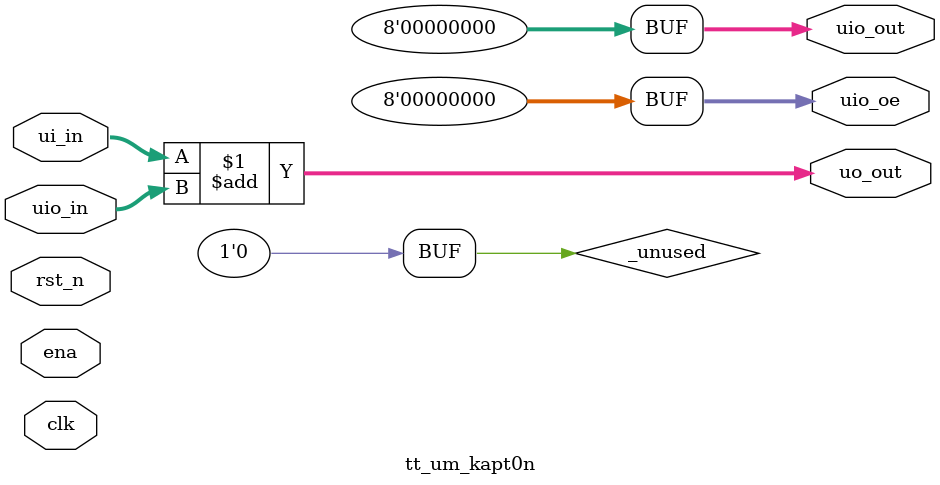
<source format=v>
/*
 * Copyright (c) 2024 Your Name
 * SPDX-License-Identifier: Apache-2.0
 */

`default_nettype none

module tt_um_kapt0n (
    input  wire [7:0] ui_in,    // Dedicated inputs
    output wire [7:0] uo_out,   // Dedicated outputs
    input  wire [7:0] uio_in,   // IOs: Input path
    output wire [7:0] uio_out,  // IOs: Output path
    output wire [7:0] uio_oe,   // IOs: Enable path (active high: 0=input, 1=output)
    input  wire       ena,      // always 1 when the design is powered, so you can ignore it
    input  wire       clk,      // clock
    input  wire       rst_n     // reset_n - low to reset
);

  // All output pins must be assigned. If not used, assign to 0.
  assign uo_out  = ui_in + uio_in;  // Example: ou_out is the sum of ui_in and uio_in
  assign uio_out = 0;
  assign uio_oe  = 0;

  // List all unused inputs to prevent warnings
  wire _unused = &{ena, clk, rst_n, 1'b0};

endmodule

</source>
